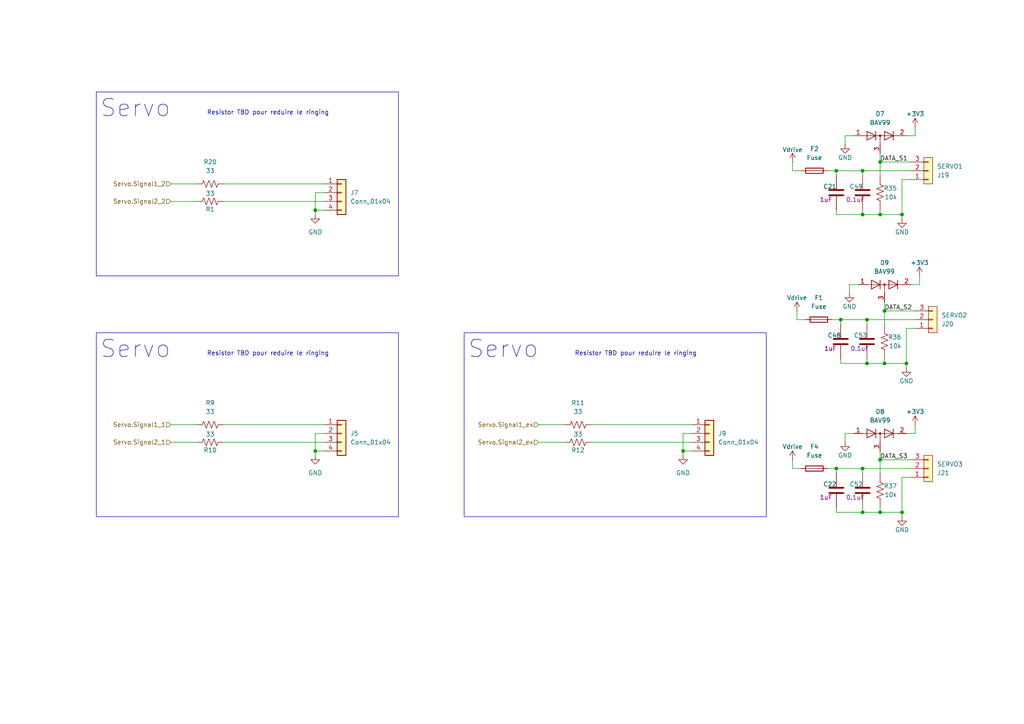
<source format=kicad_sch>
(kicad_sch (version 20250114) (generator "eeschema") (generator_version "9.0")
  (paper "A4")
  (lib_symbols
    (symbol "0CSL_D1_V1:CAP_0.47uF_50V_0603" (pin_numbers (hide yes)) (pin_names (offset 0.254))
      (property "Reference" "C" (at 0.635 2.54 0))
      (property "ValeurV" "0.47uF" (at 5.08 -2.54 0))
      (symbol "CAP_0.47uF_50V_0603_0_1"
        (polyline (pts (xy -2.032 0.762) (xy 2.032 0.762)) (stroke (width 0.508)))
        (polyline (pts (xy -2.032 -0.762) (xy 2.032 -0.762)) (stroke (width 0.508)))
      )
      (symbol "CAP_0.47uF_50V_0603_1_1"
        (pin passive line (at 0 5.08 270) (length 4.064) (name "~") (number "1"))
        (pin passive line (at 0 -5.08 90) (length 4.064) (name "~") (number "2"))
      )
    )
    (symbol "0CSL_D1_V1:CON-SIP-3P" (pin_names (offset 1.016) (hide yes))
      (property "Reference" "J" (at 0 5.08 0))
      (property "Value" "CON-SIP-3P" (at 0 -5.08 0))
      (symbol "CON-SIP-3P_0_1"
        (rectangle (start -1.27 3.81) (end 1.27 -3.81) (fill (type background)))
      )
      (symbol "CON-SIP-3P_1_1"
        (rectangle (start -1.27 2.667) (end 0 2.413) (stroke (width 0.1524)))
        (rectangle (start -1.27 0.127) (end 0 -0.127) (stroke (width 0.1524)))
        (rectangle (start -1.27 -2.413) (end 0 -2.667) (stroke (width 0.1524)))
        (pin passive line (at -5.08 2.54 0) (length 3.81) (name "Pin_1") (number "1"))
        (pin passive line (at -5.08 0 0) (length 3.81) (name "Pin_2") (number "2"))
        (pin passive line (at -5.08 -2.54 0) (length 3.81) (name "Pin_3") (number "3"))
      )
    )
    (symbol "0CSL_D1_V1:RES0603" (pin_numbers (hide yes)) (pin_names (offset 0))
      (property "Reference" "R" (at 2.54 0 90))
      (property "Value" "RES0603" (at -2.54 0 90))
      (symbol "RES0603_0_1"
        (polyline (pts (xy 0 2.286) (xy 0 2.54)))
        (polyline (pts (xy 0 2.286) (xy 1.016 1.905) (xy 0 1.524) (xy -1.016 1.143) (xy 0 0.762)))
        (polyline (pts (xy 0 0.762) (xy 1.016 0.381) (xy 0 0) (xy -1.016 -0.381) (xy 0 -0.762)))
        (polyline (pts (xy 0 -0.762) (xy 1.016 -1.143) (xy 0 -1.524) (xy -1.016 -1.905) (xy 0 -2.286)))
        (polyline (pts (xy 0 -2.286) (xy 0 -2.54)))
      )
      (symbol "RES0603_1_1"
        (pin passive line (at 0 5.08 270) (length 2.54) (name "~") (number "1"))
        (pin passive line (at 0 -5.08 90) (length 2.54) (name "~") (number "2"))
      )
    )
    (symbol "Connector_Generic:Conn_01x04" (pin_names (offset 1.016) (hide yes))
      (property "Reference" "J" (at 0 5.08 0))
      (property "Value" "Conn_01x04" (at 0 -7.62 0))
      (symbol "Conn_01x04_1_1"
        (rectangle (start -1.27 3.81) (end 1.27 -6.35) (stroke (width 0.254)) (fill (type background)))
        (rectangle (start -1.27 2.667) (end 0 2.413) (stroke (width 0.1524)))
        (rectangle (start -1.27 0.127) (end 0 -0.127) (stroke (width 0.1524)))
        (rectangle (start -1.27 -2.413) (end 0 -2.667) (stroke (width 0.1524)))
        (rectangle (start -1.27 -4.953) (end 0 -5.207) (stroke (width 0.1524)))
        (pin passive line (at -5.08 2.54 0) (length 3.81) (name "Pin_1") (number "1"))
        (pin passive line (at -5.08 0 0) (length 3.81) (name "Pin_2") (number "2"))
        (pin passive line (at -5.08 -2.54 0) (length 3.81) (name "Pin_3") (number "3"))
        (pin passive line (at -5.08 -5.08 0) (length 3.81) (name "Pin_4") (number "4"))
      )
    )
    (symbol "Device:Fuse" (pin_numbers (hide yes)) (pin_names (offset 0))
      (property "Reference" "F" (at 2.032 0 90))
      (property "Value" "Fuse" (at -1.905 0 90))
      (symbol "Fuse_0_1"
        (rectangle (start -0.762 -2.54) (end 0.762 2.54) (stroke (width 0.254)))
        (polyline (pts (xy 0 2.54) (xy 0 -2.54)))
      )
      (symbol "Fuse_1_1"
        (pin passive line (at 0 3.81 270) (length 1.27) (name "~") (number "1"))
        (pin passive line (at 0 -3.81 90) (length 1.27) (name "~") (number "2"))
      )
    )
    (symbol "Device:R_US" (pin_numbers (hide yes)) (pin_names (offset 0))
      (property "Reference" "R" (at 2.54 0 90))
      (property "Value" "R_US" (at -2.54 0 90))
      (symbol "R_US_0_1"
        (polyline (pts (xy 0 2.286) (xy 0 2.54)))
        (polyline (pts (xy 0 2.286) (xy 1.016 1.905) (xy 0 1.524) (xy -1.016 1.143) (xy 0 0.762)))
        (polyline (pts (xy 0 0.762) (xy 1.016 0.381) (xy 0 0) (xy -1.016 -0.381) (xy 0 -0.762)))
        (polyline (pts (xy 0 -0.762) (xy 1.016 -1.143) (xy 0 -1.524) (xy -1.016 -1.905) (xy 0 -2.286)))
        (polyline (pts (xy 0 -2.286) (xy 0 -2.54)))
      )
      (symbol "R_US_1_1"
        (pin passive line (at 0 3.81 270) (length 1.27) (name "~") (number "1"))
        (pin passive line (at 0 -3.81 90) (length 1.27) (name "~") (number "2"))
      )
    )
    (symbol "Diode:BAV99" (pin_names (hide yes))
      (property "Reference" "D" (at 0 5.08 0))
      (property "Value" "BAV99" (at 0 2.54 0))
      (symbol "BAV99_0_1"
        (polyline (pts (xy -5.08 0) (xy 5.08 0)))
      )
      (symbol "BAV99_1_1"
        (polyline (pts (xy -3.81 1.27) (xy -1.27 0) (xy -3.81 -1.27) (xy -3.81 1.27) (xy -3.81 1.27) (xy -3.81 1.27)) (stroke (width 0.2032)))
        (polyline (pts (xy -1.27 -1.27) (xy -1.27 1.27) (xy -1.27 1.27)) (stroke (width 0.2032)))
        (polyline (pts (xy 0 0) (xy 0 -2.54)))
        (circle (center 0 0) (radius 0.254) (fill (type outline)))
        (polyline (pts (xy 1.27 1.27) (xy 3.81 0) (xy 1.27 -1.27) (xy 1.27 1.27) (xy 1.27 1.27) (xy 1.27 1.27)) (stroke (width 0.2032)))
        (polyline (pts (xy 3.81 1.27) (xy 3.81 -1.27) (xy 3.81 -1.27)) (stroke (width 0.2032)))
        (pin passive line (at -7.62 0 0) (length 2.54) (name "K") (number "1"))
        (pin passive line (at 0 -5.08 90) (length 2.54) (name "K") (number "3"))
        (pin passive line (at 7.62 0 180) (length 2.54) (name "A") (number "2"))
      )
    )
    (symbol "power:+3V3" (power) (pin_numbers (hide yes)) (pin_names (offset 0) (hide yes))
      (property "Value" "+3V3" (at 0 3.556 0))
      (symbol "+3V3_0_1"
        (polyline (pts (xy -0.762 1.27) (xy 0 2.54)))
        (polyline (pts (xy 0 2.54) (xy 0.762 1.27)))
        (polyline (pts (xy 0 0) (xy 0 2.54)))
      )
      (symbol "+3V3_1_1"
        (pin power_in line (at 0 0 90) (length 0) (name "~") (number "1"))
      )
    )
    (symbol "power:GND" (power) (pin_numbers (hide yes)) (pin_names (offset 0) (hide yes))
      (property "Value" "GND" (at 0 -3.81 0))
      (symbol "GND_0_1"
        (polyline (pts (xy 0 0) (xy 0 -1.27) (xy 1.27 -1.27) (xy 0 -2.54) (xy -1.27 -1.27) (xy 0 -1.27)))
      )
      (symbol "GND_1_1"
        (pin power_in line (at 0 0 270) (length 0) (name "~") (number "1"))
      )
    )
    (symbol "power:Vdrive" (power) (pin_numbers (hide yes)) (pin_names (offset 0) (hide yes))
      (property "Value" "Vdrive" (at 0 3.556 0))
      (symbol "Vdrive_0_1"
        (polyline (pts (xy -0.762 1.27) (xy 0 2.54)))
        (polyline (pts (xy 0 2.54) (xy 0.762 1.27)))
        (polyline (pts (xy 0 0) (xy 0 2.54)))
      )
      (symbol "Vdrive_1_1"
        (pin power_in line (at 0 0 90) (length 0) (name "~") (number "1"))
      )
    )
  )
  (rectangle (start 27.94 26.67) (end 115.57 80.01))
  (rectangle (start 27.94 96.52) (end 115.57 149.86))
  (rectangle (start 134.62 96.52) (end 222.25 149.86))
  (text "Servo\n" (at 28.956 101.346 0) (effects (font (size 5 5)) (justify left)))
  (text "Resistor TBD pour reduire le ringing\n" (at 77.724 102.616 0) (effects (font (size 1.27 1.27))))
  (text "Resistor TBD pour reduire le ringing\n" (at 77.724 32.766 0) (effects (font (size 1.27 1.27))))
  (text "Servo\n" (at 135.636 101.346 0) (effects (font (size 5 5)) (justify left)))
  (text "Servo\n" (at 28.956 31.496 0) (effects (font (size 5 5)) (justify left)))
  (text "Resistor TBD pour reduire le ringing\n" (at 184.404 102.616 0) (effects (font (size 1.27 1.27))))
  (junction (at 91.44 60.96))
  (junction (at 250.19 62.23))
  (junction (at 250.19 49.53))
  (junction (at 242.57 135.89))
  (junction (at 250.19 135.89))
  (junction (at 243.84 92.71))
  (junction (at 251.46 105.41))
  (junction (at 242.57 49.53))
  (junction (at 255.27 148.59))
  (junction (at 91.44 130.81))
  (junction (at 261.62 62.23))
  (junction (at 262.89 105.41))
  (junction (at 251.46 92.71))
  (junction (at 250.19 148.59))
  (junction (at 198.12 130.81))
  (junction (at 256.54 90.17))
  (junction (at 261.62 148.59))
  (junction (at 256.54 105.41))
  (junction (at 255.27 62.23))
  (junction (at 255.27 133.35))
  (junction (at 255.27 46.99))
  (wire (pts (xy 242.57 60.96) (xy 242.57 62.23)))
  (wire (pts (xy 245.11 39.37) (xy 247.65 39.37)))
  (wire (pts (xy 250.19 62.23) (xy 250.19 60.96)))
  (wire (pts (xy 261.62 138.43) (xy 261.62 148.59)))
  (wire (pts (xy 245.11 41.91) (xy 245.11 39.37)))
  (wire (pts (xy 242.57 62.23) (xy 250.19 62.23)))
  (wire (pts (xy 261.62 52.07) (xy 264.16 52.07)))
  (wire (pts (xy 242.57 49.53) (xy 242.57 50.8)))
  (wire (pts (xy 255.27 60.96) (xy 255.27 62.23)))
  (wire (pts (xy 250.19 62.23) (xy 255.27 62.23)))
  (wire (pts (xy 49.53 128.27) (xy 57.15 128.27)))
  (wire (pts (xy 255.27 130.81) (xy 255.27 133.35)))
  (wire (pts (xy 255.27 133.35) (xy 264.16 133.35)))
  (wire (pts (xy 240.03 49.53) (xy 242.57 49.53)))
  (wire (pts (xy 250.19 148.59) (xy 250.19 147.32)))
  (wire (pts (xy 241.3 92.71) (xy 243.84 92.71)))
  (wire (pts (xy 156.21 128.27) (xy 163.83 128.27)))
  (wire (pts (xy 91.44 125.73) (xy 91.44 130.81)))
  (wire (pts (xy 256.54 104.14) (xy 256.54 105.41)))
  (wire (pts (xy 246.38 82.55) (xy 248.92 82.55)))
  (wire (pts (xy 240.03 135.89) (xy 242.57 135.89)))
  (wire (pts (xy 265.43 125.73) (xy 262.89 125.73)))
  (wire (pts (xy 256.54 90.17) (xy 256.54 93.98)))
  (wire (pts (xy 251.46 92.71) (xy 251.46 93.98)))
  (wire (pts (xy 243.84 92.71) (xy 251.46 92.71)))
  (wire (pts (xy 255.27 46.99) (xy 264.16 46.99)))
  (wire (pts (xy 93.98 60.96) (xy 91.44 60.96)))
  (wire (pts (xy 49.53 58.42) (xy 57.15 58.42)))
  (wire (pts (xy 255.27 46.99) (xy 255.27 50.8)))
  (wire (pts (xy 265.43 36.83) (xy 265.43 39.37)))
  (wire (pts (xy 242.57 135.89) (xy 242.57 137.16)))
  (wire (pts (xy 49.53 53.34) (xy 57.15 53.34)))
  (wire (pts (xy 262.89 105.41) (xy 262.89 106.68)))
  (wire (pts (xy 64.77 128.27) (xy 93.98 128.27)))
  (wire (pts (xy 49.53 123.19) (xy 57.15 123.19)))
  (wire (pts (xy 200.66 130.81) (xy 198.12 130.81)))
  (wire (pts (xy 261.62 148.59) (xy 261.62 149.86)))
  (wire (pts (xy 265.43 123.19) (xy 265.43 125.73)))
  (wire (pts (xy 171.45 128.27) (xy 200.66 128.27)))
  (wire (pts (xy 93.98 125.73) (xy 91.44 125.73)))
  (wire (pts (xy 245.11 128.27) (xy 245.11 125.73)))
  (wire (pts (xy 229.87 135.89) (xy 232.41 135.89)))
  (wire (pts (xy 256.54 87.63) (xy 256.54 90.17)))
  (wire (pts (xy 93.98 130.81) (xy 91.44 130.81)))
  (wire (pts (xy 198.12 125.73) (xy 198.12 130.81)))
  (wire (pts (xy 250.19 135.89) (xy 250.19 137.16)))
  (wire (pts (xy 251.46 92.71) (xy 265.43 92.71)))
  (wire (pts (xy 245.11 125.73) (xy 247.65 125.73)))
  (wire (pts (xy 242.57 147.32) (xy 242.57 148.59)))
  (wire (pts (xy 93.98 55.88) (xy 91.44 55.88)))
  (wire (pts (xy 243.84 92.71) (xy 243.84 93.98)))
  (wire (pts (xy 229.87 133.35) (xy 229.87 135.89)))
  (wire (pts (xy 266.7 82.55) (xy 264.16 82.55)))
  (wire (pts (xy 261.62 148.59) (xy 255.27 148.59)))
  (wire (pts (xy 242.57 148.59) (xy 250.19 148.59)))
  (wire (pts (xy 262.89 95.25) (xy 265.43 95.25)))
  (wire (pts (xy 261.62 62.23) (xy 261.62 52.07)))
  (wire (pts (xy 262.89 105.41) (xy 256.54 105.41)))
  (wire (pts (xy 256.54 90.17) (xy 265.43 90.17)))
  (wire (pts (xy 200.66 125.73) (xy 198.12 125.73)))
  (wire (pts (xy 91.44 60.96) (xy 91.44 62.23)))
  (wire (pts (xy 250.19 49.53) (xy 250.19 50.8)))
  (wire (pts (xy 198.12 130.81) (xy 198.12 132.08)))
  (wire (pts (xy 91.44 55.88) (xy 91.44 60.96)))
  (wire (pts (xy 265.43 39.37) (xy 262.89 39.37)))
  (wire (pts (xy 242.57 49.53) (xy 250.19 49.53)))
  (wire (pts (xy 266.7 80.01) (xy 266.7 82.55)))
  (wire (pts (xy 229.87 46.99) (xy 229.87 49.53)))
  (wire (pts (xy 246.38 85.09) (xy 246.38 82.55)))
  (wire (pts (xy 64.77 58.42) (xy 93.98 58.42)))
  (wire (pts (xy 242.57 135.89) (xy 250.19 135.89)))
  (wire (pts (xy 250.19 49.53) (xy 264.16 49.53)))
  (wire (pts (xy 262.89 95.25) (xy 262.89 105.41)))
  (wire (pts (xy 255.27 44.45) (xy 255.27 46.99)))
  (wire (pts (xy 261.62 62.23) (xy 261.62 63.5)))
  (wire (pts (xy 261.62 62.23) (xy 255.27 62.23)))
  (wire (pts (xy 261.62 138.43) (xy 264.16 138.43)))
  (wire (pts (xy 243.84 105.41) (xy 251.46 105.41)))
  (wire (pts (xy 255.27 148.59) (xy 250.19 148.59)))
  (wire (pts (xy 156.21 123.19) (xy 163.83 123.19)))
  (wire (pts (xy 64.77 123.19) (xy 93.98 123.19)))
  (wire (pts (xy 91.44 130.81) (xy 91.44 132.08)))
  (wire (pts (xy 171.45 123.19) (xy 200.66 123.19)))
  (wire (pts (xy 64.77 53.34) (xy 93.98 53.34)))
  (wire (pts (xy 255.27 133.35) (xy 255.27 137.16)))
  (wire (pts (xy 231.14 90.17) (xy 231.14 92.71)))
  (wire (pts (xy 250.19 135.89) (xy 264.16 135.89)))
  (wire (pts (xy 255.27 147.32) (xy 255.27 148.59)))
  (wire (pts (xy 229.87 49.53) (xy 232.41 49.53)))
  (wire (pts (xy 243.84 104.14) (xy 243.84 105.41)))
  (wire (pts (xy 231.14 92.71) (xy 233.68 92.71)))
  (wire (pts (xy 251.46 105.41) (xy 251.46 104.14)))
  (wire (pts (xy 256.54 105.41) (xy 251.46 105.41)))
  (label "DATA_S2" (at 256.54 90.17 0))
  (label "DATA_S3" (at 255.27 133.35 0))
  (label "DATA_S1" (at 255.27 46.99 0))
  (hierarchical_label "Servo.Signal2_ex" (shape input) (at 156.21 128.27 180))
  (hierarchical_label "Servo.Signal1_1" (shape input) (at 49.53 123.19 180))
  (hierarchical_label "Servo.Signal2_2" (shape input) (at 49.53 58.42 180))
  (hierarchical_label "Servo.Signal1_ex" (shape input) (at 156.21 123.19 180))
  (hierarchical_label "Servo.Signal2_1" (shape input) (at 49.53 128.27 180))
  (hierarchical_label "Servo.Signal1_2" (shape input) (at 49.53 53.34 180))
  (symbol (lib_id "power:GND") (at 246.38 85.09 0) (unit 1)
    (property "Reference" "#PWR0151" (effects (hide yes)))
    (property "Value" "GND" (at 246.38 88.9 0))
    (property "Description" "Power symbol creates a global label with name \"GND\" , ground" (effects (hide yes)))
  )
  (symbol (lib_id "Connector_Generic:Conn_01x04") (at 99.06 125.73 0) (unit 1)
    (property "Reference" "J5" (at 101.6 125.7299 0) (effects (justify left)))
    (property "Value" "Conn_01x04" (at 101.6 128.2699 0) (effects (justify left)))
    (property "Description" "Generic connector, single row, 01x04, script generated (kicad-library-utils/schlib/autogen/connector/)" (effects (hide yes)))
  )
  (symbol (lib_id "Diode:BAV99") (at 255.27 39.37 0) (unit 1)
    (property "Reference" "D7" (at 255.27 33.02 0))
    (property "Value" "BAV99" (at 255.27 35.56 0))
    (property "Footprint" "Package_TO_SOT_SMD:SOT-23" (effects (hide yes)))
    (property "Datasheet" "https://assets.nexperia.com/documents/data-sheet/BAV99_SER.pdf" (effects (hide yes)))
    (property "Description" "BAV99 High-speed switching diodes, SOT-23" (effects (hide yes)))
  )
  (symbol (lib_id "0CSL_D1_V1:CON-SIP-3P") (at 269.24 49.53 0) (mirror x) (unit 1)
    (property "Reference" "J19" (at 271.78 50.8001 0) (effects (justify left)))
    (property "Value" "SERVO1" (at 271.78 48.2601 0) (effects (justify left)))
    (property "Footprint" "Connector_PinSocket_2.54mm:PinSocket_1x03_P2.54mm_Horizontal" (effects (hide yes)))
    (property "Datasheet" "https://tools.molex.com/pdm_docs/pk/PK-5569-002.pdf" (effects (hide yes)))
    (property "Description" "Connector Header Through Hole, Right Angle 3 position 0.165\" (4.20mm)" (effects (hide yes)))
    (property "Link" "https://www.digikey.ca/en/products/detail/molex/0039303035/300079" (effects (hide yes)))
  )
  (symbol (lib_id "Device:Fuse") (at 236.22 135.89 90) (unit 1)
    (property "Reference" "F4" (at 236.22 129.54 90))
    (property "Value" "Fuse" (at 236.22 132.08 90))
    (property "Footprint" "Fuse:Fuse_1206_3216Metric_Pad1.42x1.75mm_HandSolder" (effects (hide yes)))
    (property "Description" "Fuse" (effects (hide yes)))
  )
  (symbol (lib_id "power:GND") (at 261.62 149.86 0) (unit 1)
    (property "Reference" "#PWR0156" (effects (hide yes)))
    (property "Value" "GND" (at 261.62 153.67 0))
    (property "Description" "Power symbol creates a global label with name \"GND\" , ground" (effects (hide yes)))
  )
  (symbol (lib_id "Diode:BAV99") (at 256.54 82.55 0) (unit 1)
    (property "Reference" "D9" (at 256.54 76.2 0))
    (property "Value" "BAV99" (at 256.54 78.74 0))
    (property "Footprint" "Package_TO_SOT_SMD:SOT-23" (effects (hide yes)))
    (property "Datasheet" "https://assets.nexperia.com/documents/data-sheet/BAV99_SER.pdf" (effects (hide yes)))
    (property "Description" "BAV99 High-speed switching diodes, SOT-23" (effects (hide yes)))
  )
  (symbol (lib_id "power:GND") (at 261.62 63.5 0) (unit 1)
    (property "Reference" "#PWR0158" (effects (hide yes)))
    (property "Value" "GND" (at 261.62 67.31 0))
    (property "Description" "Power symbol creates a global label with name \"GND\" , ground" (effects (hide yes)))
  )
  (symbol (lib_id "power:GND") (at 91.44 62.23 0) (unit 1)
    (property "Reference" "#PWR04" (effects (hide yes)))
    (property "Value" "GND" (at 91.44 67.31 0))
    (property "Description" "Power symbol creates a global label with name \"GND\" , ground" (effects (hide yes)))
  )
  (symbol (lib_id "0CSL_D1_V1:RES0603") (at 255.27 55.88 0) (unit 1)
    (property "Reference" "R35" (at 256.286 54.61 0) (effects (justify left)))
    (property "Value" "10k" (at 256.54 57.15 0) (effects (justify left)))
    (property "Footprint" "Resistor_SMD:R_0603_1608Metric_Pad0.98x0.95mm_HandSolder" (effects (hide yes)))
    (property "Description" "Resistor, symbole Americain mise en boîte SMD 0603 pour montage manuel" (effects (hide yes)))
    (property "Projet" "PR1_2020 Andre pour Shield 2020" (effects (hide yes)))
  )
  (symbol (lib_id "0CSL_D1_V1:CAP_0.47uF_50V_0603") (at 242.57 142.24 0) (mirror y) (unit 1)
    (property "Reference" "C22" (at 238.76 140.462 0) (effects (justify right)))
    (property "Value" "CAP_0.47uF_50V_0603" (effects (hide yes)))
    (property "Footprint" "Capacitor_SMD:C_0603_1608Metric_Pad1.08x0.95mm_HandSolder" (effects (hide yes)))
    (property "Description" "Condensateur céramique non polarisé  0.1uF 50V 10% X7R 0603" (effects (hide yes)))
    (property "Projet" "PR1_2020 Andre pour Shield 2020" (effects (hide yes)))
    (property "Tolerance" "10%" (effects (hide yes)))
    (property "Voltage Rating" "50V" (effects (hide yes)))
    (property "ValeurV" "1uF" (at 237.744 144.272 0) (effects (justify right)))
  )
  (symbol (lib_id "power:GND") (at 262.89 106.68 0) (unit 1)
    (property "Reference" "#PWR0148" (effects (hide yes)))
    (property "Value" "GND" (at 262.89 110.49 0))
    (property "Description" "Power symbol creates a global label with name \"GND\" , ground" (effects (hide yes)))
  )
  (symbol (lib_id "Device:R_US") (at 167.64 128.27 270) (unit 1)
    (property "Reference" "R12" (at 167.64 130.556 90))
    (property "Value" "33" (at 167.64 125.984 90))
    (property "Footprint" "Capacitor_SMD:C_0603_1608Metric" (effects (hide yes)))
    (property "Description" "Resistor, US symbol" (effects (hide yes)))
  )
  (symbol (lib_id "Diode:BAV99") (at 255.27 125.73 0) (unit 1)
    (property "Reference" "D8" (at 255.27 119.38 0))
    (property "Value" "BAV99" (at 255.27 121.92 0))
    (property "Footprint" "Package_TO_SOT_SMD:SOT-23" (effects (hide yes)))
    (property "Datasheet" "https://assets.nexperia.com/documents/data-sheet/BAV99_SER.pdf" (effects (hide yes)))
    (property "Description" "BAV99 High-speed switching diodes, SOT-23" (effects (hide yes)))
  )
  (symbol (lib_id "power:+3V3") (at 266.7 80.01 0) (mirror y) (unit 1)
    (property "Reference" "#PWR0262" (effects (hide yes)))
    (property "Value" "+3V3" (at 266.7 76.2 0))
    (property "Description" "Power symbol creates a global label with name \"+3V3\"" (effects (hide yes)))
  )
  (symbol (lib_id "power:+3V3") (at 265.43 36.83 0) (mirror y) (unit 1)
    (property "Reference" "#PWR0261" (effects (hide yes)))
    (property "Value" "+3V3" (at 265.43 33.02 0))
    (property "Description" "Power symbol creates a global label with name \"+3V3\"" (effects (hide yes)))
  )
  (symbol (lib_id "0CSL_D1_V1:CAP_0.47uF_50V_0603") (at 242.57 55.88 0) (mirror y) (unit 1)
    (property "Reference" "C21" (at 238.76 54.102 0) (effects (justify right)))
    (property "Value" "CAP_0.47uF_50V_0603" (effects (hide yes)))
    (property "Footprint" "Capacitor_SMD:C_0603_1608Metric_Pad1.08x0.95mm_HandSolder" (effects (hide yes)))
    (property "Description" "Condensateur céramique non polarisé  0.1uF 50V 10% X7R 0603" (effects (hide yes)))
    (property "Projet" "PR1_2020 Andre pour Shield 2020" (effects (hide yes)))
    (property "Tolerance" "10%" (effects (hide yes)))
    (property "Voltage Rating" "50V" (effects (hide yes)))
    (property "ValeurV" "1uF" (at 237.744 57.912 0) (effects (justify right)))
  )
  (symbol (lib_id "Connector_Generic:Conn_01x04") (at 205.74 125.73 0) (unit 1)
    (property "Reference" "J9" (at 208.28 125.7299 0) (effects (justify left)))
    (property "Value" "Conn_01x04" (at 208.28 128.2699 0) (effects (justify left)))
    (property "Description" "Generic connector, single row, 01x04, script generated (kicad-library-utils/schlib/autogen/connector/)" (effects (hide yes)))
  )
  (symbol (lib_id "power:Vdrive") (at 229.87 46.99 0) (unit 1)
    (property "Reference" "#PWR0154" (effects (hide yes)))
    (property "Value" "Vdrive" (at 229.87 43.434 0))
    (property "Description" "Power symbol creates a global label with name \"Vdrive\"" (effects (hide yes)))
  )
  (symbol (lib_id "Device:R_US") (at 60.96 58.42 270) (unit 1)
    (property "Reference" "R1" (at 60.96 60.706 90))
    (property "Value" "33" (at 60.96 56.134 90))
    (property "Footprint" "Capacitor_SMD:C_0603_1608Metric" (effects (hide yes)))
    (property "Description" "Resistor, US symbol" (effects (hide yes)))
  )
  (symbol (lib_id "power:Vdrive") (at 231.14 90.17 0) (unit 1)
    (property "Reference" "#PWR0152" (effects (hide yes)))
    (property "Value" "Vdrive" (at 231.14 86.36 0))
    (property "Description" "Power symbol creates a global label with name \"Vdrive\"" (effects (hide yes)))
  )
  (symbol (lib_id "Device:Fuse") (at 237.49 92.71 90) (unit 1)
    (property "Reference" "F1" (at 237.49 86.36 90))
    (property "Value" "Fuse" (at 237.49 88.9 90))
    (property "Footprint" "Fuse:Fuse_1206_3216Metric_Pad1.42x1.75mm_HandSolder" (effects (hide yes)))
    (property "Description" "Fuse" (effects (hide yes)))
  )
  (symbol (lib_id "power:Vdrive") (at 229.87 133.35 0) (unit 1)
    (property "Reference" "#PWR0155" (effects (hide yes)))
    (property "Value" "Vdrive" (at 229.87 129.54 0))
    (property "Description" "Power symbol creates a global label with name \"Vdrive\"" (effects (hide yes)))
  )
  (symbol (lib_id "Device:R_US") (at 60.96 123.19 90) (unit 1)
    (property "Reference" "R9" (at 60.96 116.84 90))
    (property "Value" "33" (at 60.96 119.38 90))
    (property "Footprint" "Capacitor_SMD:C_0603_1608Metric" (effects (hide yes)))
    (property "Description" "Resistor, US symbol" (effects (hide yes)))
  )
  (symbol (lib_id "0CSL_D1_V1:CAP_0.47uF_50V_0603") (at 250.19 142.24 0) (mirror y) (unit 1)
    (property "Reference" "C52" (at 246.38 140.462 0) (effects (justify right)))
    (property "Value" "CAP_0.47uF_50V_0603" (effects (hide yes)))
    (property "Footprint" "Capacitor_SMD:C_0603_1608Metric_Pad1.08x0.95mm_HandSolder" (effects (hide yes)))
    (property "Description" "Condensateur céramique non polarisé  0.1uF 50V 10% X7R 0603" (effects (hide yes)))
    (property "Projet" "PR1_2020 Andre pour Shield 2020" (effects (hide yes)))
    (property "Tolerance" "10%" (effects (hide yes)))
    (property "Voltage Rating" "50V" (effects (hide yes)))
    (property "ValeurV" "0.1uF" (at 245.364 144.272 0) (effects (justify right)))
  )
  (symbol (lib_id "power:GND") (at 91.44 132.08 0) (unit 1)
    (property "Reference" "#PWR034" (effects (hide yes)))
    (property "Value" "GND" (at 91.44 137.16 0))
    (property "Description" "Power symbol creates a global label with name \"GND\" , ground" (effects (hide yes)))
  )
  (symbol (lib_id "power:GND") (at 198.12 132.08 0) (unit 1)
    (property "Reference" "#PWR037" (effects (hide yes)))
    (property "Value" "GND" (at 198.12 137.16 0))
    (property "Description" "Power symbol creates a global label with name \"GND\" , ground" (effects (hide yes)))
  )
  (symbol (lib_id "power:GND") (at 245.11 41.91 0) (unit 1)
    (property "Reference" "#PWR0157" (effects (hide yes)))
    (property "Value" "GND" (at 245.11 45.72 0))
    (property "Description" "Power symbol creates a global label with name \"GND\" , ground" (effects (hide yes)))
  )
  (symbol (lib_id "0CSL_D1_V1:CAP_0.47uF_50V_0603") (at 250.19 55.88 0) (mirror y) (unit 1)
    (property "Reference" "C49" (at 246.38 54.102 0) (effects (justify right)))
    (property "Value" "CAP_0.47uF_50V_0603" (effects (hide yes)))
    (property "Footprint" "Capacitor_SMD:C_0603_1608Metric_Pad1.08x0.95mm_HandSolder" (effects (hide yes)))
    (property "Description" "Condensateur céramique non polarisé  0.1uF 50V 10% X7R 0603" (effects (hide yes)))
    (property "Projet" "PR1_2020 Andre pour Shield 2020" (effects (hide yes)))
    (property "Tolerance" "10%" (effects (hide yes)))
    (property "Voltage Rating" "50V" (effects (hide yes)))
    (property "ValeurV" "0.1uF" (at 245.364 57.912 0) (effects (justify right)))
  )
  (symbol (lib_id "0CSL_D1_V1:CAP_0.47uF_50V_0603") (at 243.84 99.06 0) (mirror y) (unit 1)
    (property "Reference" "C48" (at 240.03 97.282 0) (effects (justify right)))
    (property "Value" "CAP_0.47uF_50V_0603" (effects (hide yes)))
    (property "Footprint" "Capacitor_SMD:C_0603_1608Metric_Pad1.08x0.95mm_HandSolder" (effects (hide yes)))
    (property "Description" "Condensateur céramique non polarisé  0.1uF 50V 10% X7R 0603" (effects (hide yes)))
    (property "Projet" "PR1_2020 Andre pour Shield 2020" (effects (hide yes)))
    (property "Tolerance" "10%" (effects (hide yes)))
    (property "Voltage Rating" "50V" (effects (hide yes)))
    (property "ValeurV" "1uF" (at 239.014 101.092 0) (effects (justify right)))
  )
  (symbol (lib_id "power:GND") (at 245.11 128.27 0) (unit 1)
    (property "Reference" "#PWR0147" (effects (hide yes)))
    (property "Value" "GND" (at 245.11 132.08 0))
    (property "Description" "Power symbol creates a global label with name \"GND\" , ground" (effects (hide yes)))
  )
  (symbol (lib_id "0CSL_D1_V1:CON-SIP-3P") (at 269.24 135.89 0) (mirror x) (unit 1)
    (property "Reference" "J21" (at 271.78 137.1601 0) (effects (justify left)))
    (property "Value" "SERVO3" (at 271.78 134.6201 0) (effects (justify left)))
    (property "Footprint" "Connector_PinSocket_2.54mm:PinSocket_1x03_P2.54mm_Horizontal" (effects (hide yes)))
    (property "Datasheet" "https://www.jst-mfg.com/product/pdf/eng/ePH.pdf" (effects (hide yes)))
    (property "Description" "CON MÂLE DROIT  .100 3 POSITIONS pour recevoir un cavalier ou un connecteur femelle" (effects (hide yes)))
    (property "Cost" "$0.91 pour 40 pins cassables" (effects (hide yes)))
    (property "Manufacturer Part Number" "PRPC040SAAN-RC  (2 pins sur 40)" (effects (hide yes)))
    (property "Mfg #1" "Sullins Connector Solutions" (effects (hide yes)))
    (property "No Digikey" "S1011EC-40-ND" (effects (hide yes)))
    (property "Projet" "PR4_2022 Andre pour Zahra Abouchchita" (effects (hide yes)))
    (property "Projet Prealable" "PR1_2020 Andre pour Shield 2020 et mod de 0CLS" (effects (hide yes)))
    (property "Remarque" "Il y a plusieurs connecteurs possible" (effects (hide yes)))
    (property "Remarque #2" "Les cassables ont l'avantage d'être moins cher ($0.08 pour 3 pins)" (effects (hide yes)))
    (property "Link" "https://www.digikey.ca/en/products/detail/molex/0039303035/300079" (effects (hide yes)))
  )
  (symbol (lib_id "Device:R_US") (at 60.96 53.34 90) (unit 1)
    (property "Reference" "R20" (at 60.96 46.99 90))
    (property "Value" "33" (at 60.96 49.53 90))
    (property "Footprint" "Capacitor_SMD:C_0603_1608Metric" (effects (hide yes)))
    (property "Description" "Resistor, US symbol" (effects (hide yes)))
  )
  (symbol (lib_id "Device:Fuse") (at 236.22 49.53 90) (unit 1)
    (property "Reference" "F2" (at 236.22 43.18 90))
    (property "Value" "Fuse" (at 236.22 45.72 90))
    (property "Footprint" "Fuse:Fuse_1206_3216Metric_Pad1.42x1.75mm_HandSolder" (effects (hide yes)))
    (property "Description" "Fuse" (effects (hide yes)))
  )
  (symbol (lib_id "Device:R_US") (at 60.96 128.27 270) (unit 1)
    (property "Reference" "R10" (at 60.96 130.556 90))
    (property "Value" "33" (at 60.96 125.984 90))
    (property "Footprint" "Capacitor_SMD:C_0603_1608Metric" (effects (hide yes)))
    (property "Description" "Resistor, US symbol" (effects (hide yes)))
  )
  (symbol (lib_id "Device:R_US") (at 167.64 123.19 90) (unit 1)
    (property "Reference" "R11" (at 167.64 116.84 90))
    (property "Value" "33" (at 167.64 119.38 90))
    (property "Footprint" "Capacitor_SMD:C_0603_1608Metric" (effects (hide yes)))
    (property "Description" "Resistor, US symbol" (effects (hide yes)))
  )
  (symbol (lib_id "0CSL_D1_V1:RES0603") (at 256.54 99.06 0) (unit 1)
    (property "Reference" "R36" (at 257.556 97.79 0) (effects (justify left)))
    (property "Value" "10k" (at 257.81 100.33 0) (effects (justify left)))
    (property "Footprint" "Resistor_SMD:R_0603_1608Metric_Pad0.98x0.95mm_HandSolder" (effects (hide yes)))
    (property "Description" "Resistor, symbole Americain mise en boîte SMD 0603 pour montage manuel" (effects (hide yes)))
    (property "Projet" "PR1_2020 Andre pour Shield 2020" (effects (hide yes)))
  )
  (symbol (lib_id "0CSL_D1_V1:RES0603") (at 255.27 142.24 0) (unit 1)
    (property "Reference" "R37" (at 256.286 140.97 0) (effects (justify left)))
    (property "Value" "10k" (at 256.54 143.51 0) (effects (justify left)))
    (property "Footprint" "Resistor_SMD:R_0603_1608Metric_Pad0.98x0.95mm_HandSolder" (effects (hide yes)))
    (property "Description" "Resistor, symbole Americain mise en boîte SMD 0603 pour montage manuel" (effects (hide yes)))
    (property "Projet" "PR1_2020 Andre pour Shield 2020" (effects (hide yes)))
  )
  (symbol (lib_id "power:+3V3") (at 265.43 123.19 0) (mirror y) (unit 1)
    (property "Reference" "#PWR0263" (effects (hide yes)))
    (property "Value" "+3V3" (at 265.43 119.38 0))
    (property "Description" "Power symbol creates a global label with name \"+3V3\"" (effects (hide yes)))
  )
  (symbol (lib_id "Connector_Generic:Conn_01x04") (at 99.06 55.88 0) (unit 1)
    (property "Reference" "J7" (at 101.6 55.8799 0) (effects (justify left)))
    (property "Value" "Conn_01x04" (at 101.6 58.4199 0) (effects (justify left)))
    (property "Description" "Generic connector, single row, 01x04, script generated (kicad-library-utils/schlib/autogen/connector/)" (effects (hide yes)))
  )
  (symbol (lib_id "0CSL_D1_V1:CON-SIP-3P") (at 270.51 92.71 0) (mirror x) (unit 1)
    (property "Reference" "J20" (at 273.05 93.9801 0) (effects (justify left)))
    (property "Value" "SERVO2" (at 273.05 91.4401 0) (effects (justify left)))
    (property "Footprint" "Connector_PinSocket_2.54mm:PinSocket_1x03_P2.54mm_Horizontal" (effects (hide yes)))
    (property "Datasheet" "https://www.jst-mfg.com/product/pdf/eng/ePH.pdf" (effects (hide yes)))
    (property "Description" "CON MÂLE DROIT  .100 3 POSITIONS pour recevoir un cavalier ou un connecteur femelle" (effects (hide yes)))
    (property "Cost" "$0.91 pour 40 pins cassables" (effects (hide yes)))
    (property "Manufacturer Part Number" "PRPC040SAAN-RC  (2 pins sur 40)" (effects (hide yes)))
    (property "Mfg #1" "Sullins Connector Solutions" (effects (hide yes)))
    (property "No Digikey" "S1011EC-40-ND" (effects (hide yes)))
    (property "Projet" "PR4_2022 Andre pour Zahra Abouchchita" (effects (hide yes)))
    (property "Projet Prealable" "PR1_2020 Andre pour Shield 2020 et mod de 0CLS" (effects (hide yes)))
    (property "Remarque" "Il y a plusieurs connecteurs possible" (effects (hide yes)))
    (property "Remarque #2" "Les cassables ont l'avantage d'être moins cher ($0.08 pour 3 pins)" (effects (hide yes)))
    (property "Link" "https://www.digikey.ca/en/products/detail/molex/0039303035/300079" (effects (hide yes)))
  )
  (symbol (lib_id "0CSL_D1_V1:CAP_0.47uF_50V_0603") (at 251.46 99.06 0) (mirror y) (unit 1)
    (property "Reference" "C53" (at 247.65 97.282 0) (effects (justify right)))
    (property "Value" "CAP_0.47uF_50V_0603" (effects (hide yes)))
    (property "Footprint" "Capacitor_SMD:C_0603_1608Metric_Pad1.08x0.95mm_HandSolder" (effects (hide yes)))
    (property "Description" "Condensateur céramique non polarisé  0.1uF 50V 10% X7R 0603" (effects (hide yes)))
    (property "Projet" "PR1_2020 Andre pour Shield 2020" (effects (hide yes)))
    (property "Tolerance" "10%" (effects (hide yes)))
    (property "Voltage Rating" "50V" (effects (hide yes)))
    (property "ValeurV" "0.1uF" (at 246.634 101.092 0) (effects (justify right)))
  )
)
</source>
